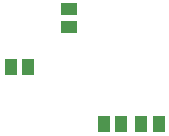
<source format=gtp>
G04*
G04 #@! TF.GenerationSoftware,Altium Limited,Altium Designer,20.1.11 (218)*
G04*
G04 Layer_Color=8421504*
%FSLAX25Y25*%
%MOIN*%
G70*
G04*
G04 #@! TF.SameCoordinates,DDD296A5-092D-4BAE-9FCA-48E2803F740F*
G04*
G04*
G04 #@! TF.FilePolarity,Positive*
G04*
G01*
G75*
%ADD13R,0.05512X0.04331*%
%ADD14R,0.04331X0.05512*%
D13*
X147500Y50453D02*
D03*
Y44547D02*
D03*
D14*
X128047Y31000D02*
D03*
X133953D02*
D03*
X159047Y12000D02*
D03*
X164953D02*
D03*
X171547D02*
D03*
X177453D02*
D03*
M02*

</source>
